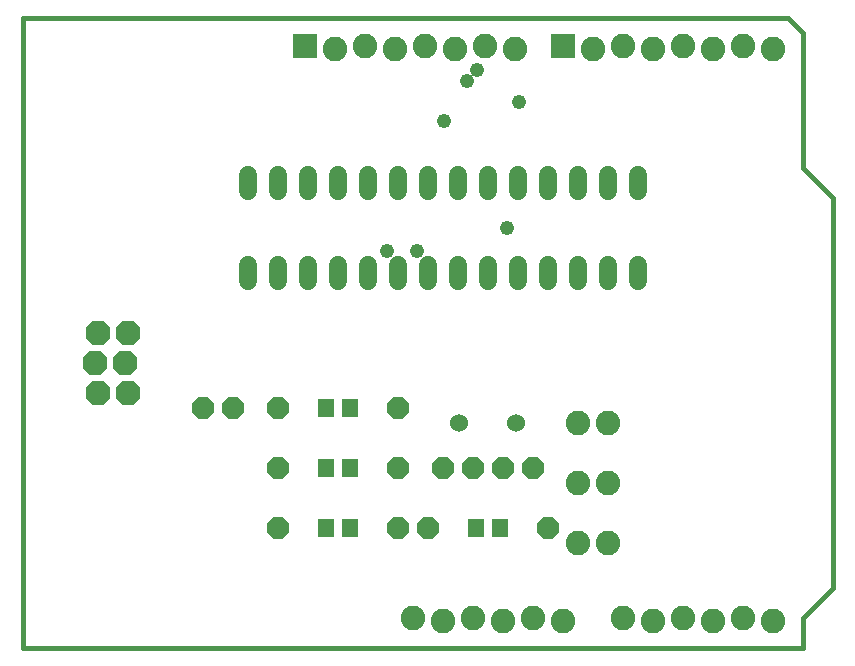
<source format=gts>
G75*
%MOIN*%
%OFA0B0*%
%FSLAX25Y25*%
%IPPOS*%
%LPD*%
%AMOC8*
5,1,8,0,0,1.08239X$1,22.5*
%
%ADD10C,0.01600*%
%ADD11OC8,0.07100*%
%ADD12C,0.06000*%
%ADD13OC8,0.08200*%
%ADD14C,0.08200*%
%ADD15C,0.06000*%
%ADD16OC8,0.07400*%
%ADD17R,0.05512X0.06299*%
%ADD18C,0.00000*%
%ADD19R,0.08200X0.08200*%
%ADD20C,0.04800*%
D10*
X0005000Y0005000D02*
X0005000Y0215000D01*
X0260000Y0215000D01*
X0265000Y0210000D01*
X0265000Y0165000D01*
X0275000Y0155000D01*
X0275000Y0025000D01*
X0265000Y0015000D01*
X0265000Y0005000D01*
X0005000Y0005000D01*
D11*
X0065000Y0085000D03*
X0075000Y0085000D03*
X0145000Y0065000D03*
X0155000Y0065000D03*
X0165000Y0065000D03*
X0175000Y0065000D03*
D12*
X0170000Y0127400D02*
X0170000Y0132600D01*
X0160000Y0132600D02*
X0160000Y0127400D01*
X0150000Y0127400D02*
X0150000Y0132600D01*
X0140000Y0132600D02*
X0140000Y0127400D01*
X0130000Y0127400D02*
X0130000Y0132600D01*
X0120000Y0132600D02*
X0120000Y0127400D01*
X0110000Y0127400D02*
X0110000Y0132600D01*
X0100000Y0132600D02*
X0100000Y0127400D01*
X0090000Y0127400D02*
X0090000Y0132600D01*
X0080000Y0132600D02*
X0080000Y0127400D01*
X0080000Y0157400D02*
X0080000Y0162600D01*
X0090000Y0162600D02*
X0090000Y0157400D01*
X0100000Y0157400D02*
X0100000Y0162600D01*
X0110000Y0162600D02*
X0110000Y0157400D01*
X0120000Y0157400D02*
X0120000Y0162600D01*
X0130000Y0162600D02*
X0130000Y0157400D01*
X0140000Y0157400D02*
X0140000Y0162600D01*
X0150000Y0162600D02*
X0150000Y0157400D01*
X0160000Y0157400D02*
X0160000Y0162600D01*
X0170000Y0162600D02*
X0170000Y0157400D01*
X0180000Y0157400D02*
X0180000Y0162600D01*
X0190000Y0162600D02*
X0190000Y0157400D01*
X0200000Y0157400D02*
X0200000Y0162600D01*
X0210000Y0162600D02*
X0210000Y0157400D01*
X0210000Y0132600D02*
X0210000Y0127400D01*
X0200000Y0127400D02*
X0200000Y0132600D01*
X0190000Y0132600D02*
X0190000Y0127400D01*
X0180000Y0127400D02*
X0180000Y0132600D01*
D13*
X0040000Y0110000D03*
X0030000Y0110000D03*
X0029000Y0100000D03*
X0039000Y0100000D03*
X0040000Y0090000D03*
X0030000Y0090000D03*
D14*
X0135000Y0015000D03*
X0145000Y0014000D03*
X0155000Y0015000D03*
X0165000Y0014000D03*
X0175000Y0015000D03*
X0185000Y0014000D03*
X0205000Y0015000D03*
X0215000Y0014000D03*
X0225000Y0015000D03*
X0235000Y0014000D03*
X0245000Y0015000D03*
X0255000Y0014000D03*
X0200000Y0040000D03*
X0190000Y0040000D03*
X0190000Y0060000D03*
X0200000Y0060000D03*
X0200000Y0080000D03*
X0190000Y0080000D03*
X0195000Y0204500D03*
X0205000Y0205500D03*
X0215000Y0204500D03*
X0225000Y0205500D03*
X0235000Y0204500D03*
X0245000Y0205500D03*
X0255000Y0204500D03*
X0169000Y0204500D03*
X0159000Y0205500D03*
X0149000Y0204500D03*
X0139000Y0205500D03*
X0129000Y0204500D03*
X0119000Y0205500D03*
X0109000Y0204500D03*
D15*
X0150500Y0080000D03*
X0169500Y0080000D03*
D16*
X0130000Y0085000D03*
X0130000Y0065000D03*
X0130000Y0045000D03*
X0140000Y0045000D03*
X0180000Y0045000D03*
X0090000Y0045000D03*
X0090000Y0065000D03*
X0090000Y0085000D03*
D17*
X0105963Y0085000D03*
X0114037Y0085000D03*
X0114037Y0065000D03*
X0105963Y0065000D03*
X0105963Y0045000D03*
X0114037Y0045000D03*
X0155963Y0045000D03*
X0164037Y0045000D03*
D18*
X0005000Y0005000D02*
X0005000Y0215000D01*
X0259000Y0215000D01*
X0265000Y0209000D01*
X0265000Y0164000D01*
X0275000Y0154000D01*
X0275000Y0025000D01*
X0265000Y0015000D01*
X0265000Y0005000D01*
X0005000Y0005000D01*
D19*
X0099000Y0205500D03*
X0185000Y0205500D03*
D20*
X0170275Y0186800D03*
X0156350Y0197600D03*
X0153225Y0193950D03*
X0145400Y0180500D03*
X0166500Y0144900D03*
X0136400Y0137300D03*
X0126500Y0137300D03*
M02*

</source>
